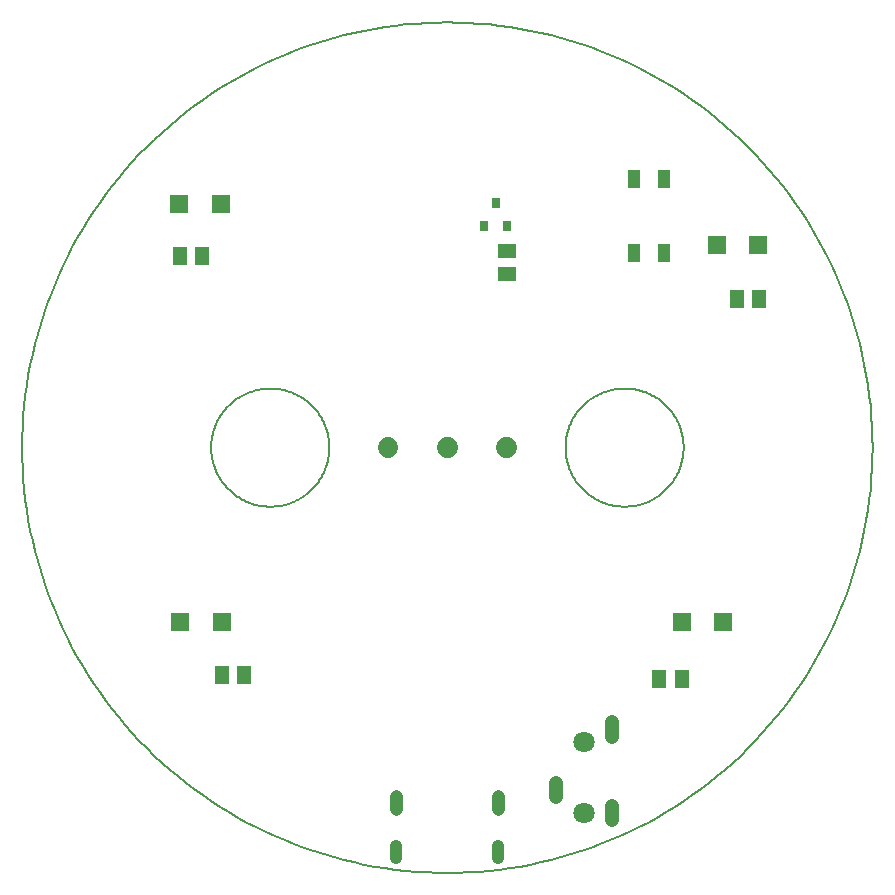
<source format=gbs>
G04 EAGLE Gerber RS-274X export*
G75*
%MOMM*%
%FSLAX34Y34*%
%LPD*%
%INSolder Mask bottom*%
%IPPOS*%
%AMOC8*
5,1,8,0,0,1.08239X$1,22.5*%
G01*
%ADD10C,0.152400*%
%ADD11C,1.683000*%
%ADD12C,1.000000*%
%ADD13C,1.100000*%
%ADD14R,1.100000X1.500000*%
%ADD15R,0.800000X0.900000*%
%ADD16R,1.500000X1.500000*%
%ADD17R,1.300000X1.500000*%
%ADD18C,1.200000*%
%ADD19C,1.800000*%
%ADD20R,1.500000X1.300000*%


D10*
X0Y360000D02*
X108Y368835D01*
X434Y377664D01*
X975Y386483D01*
X1733Y395286D01*
X2707Y404068D01*
X3896Y412823D01*
X5300Y421546D01*
X6917Y430233D01*
X8747Y438876D01*
X10789Y447473D01*
X13041Y456017D01*
X15501Y464502D01*
X18170Y472925D01*
X21044Y481280D01*
X24123Y489562D01*
X27403Y497766D01*
X30884Y505887D01*
X34564Y513920D01*
X38439Y521860D01*
X42508Y529703D01*
X46769Y537443D01*
X51218Y545077D01*
X55853Y552599D01*
X60671Y560005D01*
X65669Y567291D01*
X70845Y574452D01*
X76195Y581483D01*
X81716Y588382D01*
X87405Y595142D01*
X93258Y601761D01*
X99271Y608235D01*
X105442Y614558D01*
X111765Y620729D01*
X118239Y626742D01*
X124858Y632595D01*
X131618Y638284D01*
X138517Y643805D01*
X145548Y649155D01*
X152709Y654331D01*
X159995Y659329D01*
X167401Y664147D01*
X174923Y668782D01*
X182557Y673231D01*
X190297Y677492D01*
X198140Y681561D01*
X206080Y685436D01*
X214113Y689116D01*
X222234Y692597D01*
X230438Y695877D01*
X238720Y698956D01*
X247075Y701830D01*
X255498Y704499D01*
X263983Y706959D01*
X272527Y709211D01*
X281124Y711253D01*
X289767Y713083D01*
X298454Y714700D01*
X307177Y716104D01*
X315932Y717293D01*
X324714Y718267D01*
X333517Y719025D01*
X342336Y719566D01*
X351165Y719892D01*
X360000Y720000D01*
X368835Y719892D01*
X377664Y719566D01*
X386483Y719025D01*
X395286Y718267D01*
X404068Y717293D01*
X412823Y716104D01*
X421546Y714700D01*
X430233Y713083D01*
X438876Y711253D01*
X447473Y709211D01*
X456017Y706959D01*
X464502Y704499D01*
X472925Y701830D01*
X481280Y698956D01*
X489562Y695877D01*
X497766Y692597D01*
X505887Y689116D01*
X513920Y685436D01*
X521860Y681561D01*
X529703Y677492D01*
X537443Y673231D01*
X545077Y668782D01*
X552599Y664147D01*
X560005Y659329D01*
X567291Y654331D01*
X574452Y649155D01*
X581483Y643805D01*
X588382Y638284D01*
X595142Y632595D01*
X601761Y626742D01*
X608235Y620729D01*
X614558Y614558D01*
X620729Y608235D01*
X626742Y601761D01*
X632595Y595142D01*
X638284Y588382D01*
X643805Y581483D01*
X649155Y574452D01*
X654331Y567291D01*
X659329Y560005D01*
X664147Y552599D01*
X668782Y545077D01*
X673231Y537443D01*
X677492Y529703D01*
X681561Y521860D01*
X685436Y513920D01*
X689116Y505887D01*
X692597Y497766D01*
X695877Y489562D01*
X698956Y481280D01*
X701830Y472925D01*
X704499Y464502D01*
X706959Y456017D01*
X709211Y447473D01*
X711253Y438876D01*
X713083Y430233D01*
X714700Y421546D01*
X716104Y412823D01*
X717293Y404068D01*
X718267Y395286D01*
X719025Y386483D01*
X719566Y377664D01*
X719892Y368835D01*
X720000Y360000D01*
X719892Y351165D01*
X719566Y342336D01*
X719025Y333517D01*
X718267Y324714D01*
X717293Y315932D01*
X716104Y307177D01*
X714700Y298454D01*
X713083Y289767D01*
X711253Y281124D01*
X709211Y272527D01*
X706959Y263983D01*
X704499Y255498D01*
X701830Y247075D01*
X698956Y238720D01*
X695877Y230438D01*
X692597Y222234D01*
X689116Y214113D01*
X685436Y206080D01*
X681561Y198140D01*
X677492Y190297D01*
X673231Y182557D01*
X668782Y174923D01*
X664147Y167401D01*
X659329Y159995D01*
X654331Y152709D01*
X649155Y145548D01*
X643805Y138517D01*
X638284Y131618D01*
X632595Y124858D01*
X626742Y118239D01*
X620729Y111765D01*
X614558Y105442D01*
X608235Y99271D01*
X601761Y93258D01*
X595142Y87405D01*
X588382Y81716D01*
X581483Y76195D01*
X574452Y70845D01*
X567291Y65669D01*
X560005Y60671D01*
X552599Y55853D01*
X545077Y51218D01*
X537443Y46769D01*
X529703Y42508D01*
X521860Y38439D01*
X513920Y34564D01*
X505887Y30884D01*
X497766Y27403D01*
X489562Y24123D01*
X481280Y21044D01*
X472925Y18170D01*
X464502Y15501D01*
X456017Y13041D01*
X447473Y10789D01*
X438876Y8747D01*
X430233Y6917D01*
X421546Y5300D01*
X412823Y3896D01*
X404068Y2707D01*
X395286Y1733D01*
X386483Y975D01*
X377664Y434D01*
X368835Y108D01*
X360000Y0D01*
X351165Y108D01*
X342336Y434D01*
X333517Y975D01*
X324714Y1733D01*
X315932Y2707D01*
X307177Y3896D01*
X298454Y5300D01*
X289767Y6917D01*
X281124Y8747D01*
X272527Y10789D01*
X263983Y13041D01*
X255498Y15501D01*
X247075Y18170D01*
X238720Y21044D01*
X230438Y24123D01*
X222234Y27403D01*
X214113Y30884D01*
X206080Y34564D01*
X198140Y38439D01*
X190297Y42508D01*
X182557Y46769D01*
X174923Y51218D01*
X167401Y55853D01*
X159995Y60671D01*
X152709Y65669D01*
X145548Y70845D01*
X138517Y76195D01*
X131618Y81716D01*
X124858Y87405D01*
X118239Y93258D01*
X111765Y99271D01*
X105442Y105442D01*
X99271Y111765D01*
X93258Y118239D01*
X87405Y124858D01*
X81716Y131618D01*
X76195Y138517D01*
X70845Y145548D01*
X65669Y152709D01*
X60671Y159995D01*
X55853Y167401D01*
X51218Y174923D01*
X46769Y182557D01*
X42508Y190297D01*
X38439Y198140D01*
X34564Y206080D01*
X30884Y214113D01*
X27403Y222234D01*
X24123Y230438D01*
X21044Y238720D01*
X18170Y247075D01*
X15501Y255498D01*
X13041Y263983D01*
X10789Y272527D01*
X8747Y281124D01*
X6917Y289767D01*
X5300Y298454D01*
X3896Y307177D01*
X2707Y315932D01*
X1733Y324714D01*
X975Y333517D01*
X434Y342336D01*
X108Y351165D01*
X0Y360000D01*
X460000Y360000D02*
X460015Y361227D01*
X460060Y362453D01*
X460135Y363678D01*
X460241Y364901D01*
X460376Y366121D01*
X460541Y367337D01*
X460736Y368548D01*
X460961Y369755D01*
X461215Y370955D01*
X461498Y372149D01*
X461811Y373336D01*
X462153Y374514D01*
X462524Y375684D01*
X462923Y376844D01*
X463350Y377995D01*
X463806Y379134D01*
X464290Y380262D01*
X464801Y381378D01*
X465339Y382481D01*
X465904Y383570D01*
X466496Y384645D01*
X467114Y385705D01*
X467757Y386750D01*
X468427Y387779D01*
X469121Y388790D01*
X469840Y389785D01*
X470583Y390762D01*
X471349Y391720D01*
X472140Y392659D01*
X472952Y393578D01*
X473788Y394477D01*
X474645Y395355D01*
X475523Y396212D01*
X476422Y397048D01*
X477341Y397860D01*
X478280Y398651D01*
X479238Y399417D01*
X480215Y400160D01*
X481210Y400879D01*
X482221Y401573D01*
X483250Y402243D01*
X484295Y402886D01*
X485355Y403504D01*
X486430Y404096D01*
X487519Y404661D01*
X488622Y405199D01*
X489738Y405710D01*
X490866Y406194D01*
X492005Y406650D01*
X493156Y407077D01*
X494316Y407476D01*
X495486Y407847D01*
X496664Y408189D01*
X497851Y408502D01*
X499045Y408785D01*
X500245Y409039D01*
X501452Y409264D01*
X502663Y409459D01*
X503879Y409624D01*
X505099Y409759D01*
X506322Y409865D01*
X507547Y409940D01*
X508773Y409985D01*
X510000Y410000D01*
X511227Y409985D01*
X512453Y409940D01*
X513678Y409865D01*
X514901Y409759D01*
X516121Y409624D01*
X517337Y409459D01*
X518548Y409264D01*
X519755Y409039D01*
X520955Y408785D01*
X522149Y408502D01*
X523336Y408189D01*
X524514Y407847D01*
X525684Y407476D01*
X526844Y407077D01*
X527995Y406650D01*
X529134Y406194D01*
X530262Y405710D01*
X531378Y405199D01*
X532481Y404661D01*
X533570Y404096D01*
X534645Y403504D01*
X535705Y402886D01*
X536750Y402243D01*
X537779Y401573D01*
X538790Y400879D01*
X539785Y400160D01*
X540762Y399417D01*
X541720Y398651D01*
X542659Y397860D01*
X543578Y397048D01*
X544477Y396212D01*
X545355Y395355D01*
X546212Y394477D01*
X547048Y393578D01*
X547860Y392659D01*
X548651Y391720D01*
X549417Y390762D01*
X550160Y389785D01*
X550879Y388790D01*
X551573Y387779D01*
X552243Y386750D01*
X552886Y385705D01*
X553504Y384645D01*
X554096Y383570D01*
X554661Y382481D01*
X555199Y381378D01*
X555710Y380262D01*
X556194Y379134D01*
X556650Y377995D01*
X557077Y376844D01*
X557476Y375684D01*
X557847Y374514D01*
X558189Y373336D01*
X558502Y372149D01*
X558785Y370955D01*
X559039Y369755D01*
X559264Y368548D01*
X559459Y367337D01*
X559624Y366121D01*
X559759Y364901D01*
X559865Y363678D01*
X559940Y362453D01*
X559985Y361227D01*
X560000Y360000D01*
X559985Y358773D01*
X559940Y357547D01*
X559865Y356322D01*
X559759Y355099D01*
X559624Y353879D01*
X559459Y352663D01*
X559264Y351452D01*
X559039Y350245D01*
X558785Y349045D01*
X558502Y347851D01*
X558189Y346664D01*
X557847Y345486D01*
X557476Y344316D01*
X557077Y343156D01*
X556650Y342005D01*
X556194Y340866D01*
X555710Y339738D01*
X555199Y338622D01*
X554661Y337519D01*
X554096Y336430D01*
X553504Y335355D01*
X552886Y334295D01*
X552243Y333250D01*
X551573Y332221D01*
X550879Y331210D01*
X550160Y330215D01*
X549417Y329238D01*
X548651Y328280D01*
X547860Y327341D01*
X547048Y326422D01*
X546212Y325523D01*
X545355Y324645D01*
X544477Y323788D01*
X543578Y322952D01*
X542659Y322140D01*
X541720Y321349D01*
X540762Y320583D01*
X539785Y319840D01*
X538790Y319121D01*
X537779Y318427D01*
X536750Y317757D01*
X535705Y317114D01*
X534645Y316496D01*
X533570Y315904D01*
X532481Y315339D01*
X531378Y314801D01*
X530262Y314290D01*
X529134Y313806D01*
X527995Y313350D01*
X526844Y312923D01*
X525684Y312524D01*
X524514Y312153D01*
X523336Y311811D01*
X522149Y311498D01*
X520955Y311215D01*
X519755Y310961D01*
X518548Y310736D01*
X517337Y310541D01*
X516121Y310376D01*
X514901Y310241D01*
X513678Y310135D01*
X512453Y310060D01*
X511227Y310015D01*
X510000Y310000D01*
X508773Y310015D01*
X507547Y310060D01*
X506322Y310135D01*
X505099Y310241D01*
X503879Y310376D01*
X502663Y310541D01*
X501452Y310736D01*
X500245Y310961D01*
X499045Y311215D01*
X497851Y311498D01*
X496664Y311811D01*
X495486Y312153D01*
X494316Y312524D01*
X493156Y312923D01*
X492005Y313350D01*
X490866Y313806D01*
X489738Y314290D01*
X488622Y314801D01*
X487519Y315339D01*
X486430Y315904D01*
X485355Y316496D01*
X484295Y317114D01*
X483250Y317757D01*
X482221Y318427D01*
X481210Y319121D01*
X480215Y319840D01*
X479238Y320583D01*
X478280Y321349D01*
X477341Y322140D01*
X476422Y322952D01*
X475523Y323788D01*
X474645Y324645D01*
X473788Y325523D01*
X472952Y326422D01*
X472140Y327341D01*
X471349Y328280D01*
X470583Y329238D01*
X469840Y330215D01*
X469121Y331210D01*
X468427Y332221D01*
X467757Y333250D01*
X467114Y334295D01*
X466496Y335355D01*
X465904Y336430D01*
X465339Y337519D01*
X464801Y338622D01*
X464290Y339738D01*
X463806Y340866D01*
X463350Y342005D01*
X462923Y343156D01*
X462524Y344316D01*
X462153Y345486D01*
X461811Y346664D01*
X461498Y347851D01*
X461215Y349045D01*
X460961Y350245D01*
X460736Y351452D01*
X460541Y352663D01*
X460376Y353879D01*
X460241Y355099D01*
X460135Y356322D01*
X460060Y357547D01*
X460015Y358773D01*
X460000Y360000D01*
X160000Y360000D02*
X160015Y361227D01*
X160060Y362453D01*
X160135Y363678D01*
X160241Y364901D01*
X160376Y366121D01*
X160541Y367337D01*
X160736Y368548D01*
X160961Y369755D01*
X161215Y370955D01*
X161498Y372149D01*
X161811Y373336D01*
X162153Y374514D01*
X162524Y375684D01*
X162923Y376844D01*
X163350Y377995D01*
X163806Y379134D01*
X164290Y380262D01*
X164801Y381378D01*
X165339Y382481D01*
X165904Y383570D01*
X166496Y384645D01*
X167114Y385705D01*
X167757Y386750D01*
X168427Y387779D01*
X169121Y388790D01*
X169840Y389785D01*
X170583Y390762D01*
X171349Y391720D01*
X172140Y392659D01*
X172952Y393578D01*
X173788Y394477D01*
X174645Y395355D01*
X175523Y396212D01*
X176422Y397048D01*
X177341Y397860D01*
X178280Y398651D01*
X179238Y399417D01*
X180215Y400160D01*
X181210Y400879D01*
X182221Y401573D01*
X183250Y402243D01*
X184295Y402886D01*
X185355Y403504D01*
X186430Y404096D01*
X187519Y404661D01*
X188622Y405199D01*
X189738Y405710D01*
X190866Y406194D01*
X192005Y406650D01*
X193156Y407077D01*
X194316Y407476D01*
X195486Y407847D01*
X196664Y408189D01*
X197851Y408502D01*
X199045Y408785D01*
X200245Y409039D01*
X201452Y409264D01*
X202663Y409459D01*
X203879Y409624D01*
X205099Y409759D01*
X206322Y409865D01*
X207547Y409940D01*
X208773Y409985D01*
X210000Y410000D01*
X211227Y409985D01*
X212453Y409940D01*
X213678Y409865D01*
X214901Y409759D01*
X216121Y409624D01*
X217337Y409459D01*
X218548Y409264D01*
X219755Y409039D01*
X220955Y408785D01*
X222149Y408502D01*
X223336Y408189D01*
X224514Y407847D01*
X225684Y407476D01*
X226844Y407077D01*
X227995Y406650D01*
X229134Y406194D01*
X230262Y405710D01*
X231378Y405199D01*
X232481Y404661D01*
X233570Y404096D01*
X234645Y403504D01*
X235705Y402886D01*
X236750Y402243D01*
X237779Y401573D01*
X238790Y400879D01*
X239785Y400160D01*
X240762Y399417D01*
X241720Y398651D01*
X242659Y397860D01*
X243578Y397048D01*
X244477Y396212D01*
X245355Y395355D01*
X246212Y394477D01*
X247048Y393578D01*
X247860Y392659D01*
X248651Y391720D01*
X249417Y390762D01*
X250160Y389785D01*
X250879Y388790D01*
X251573Y387779D01*
X252243Y386750D01*
X252886Y385705D01*
X253504Y384645D01*
X254096Y383570D01*
X254661Y382481D01*
X255199Y381378D01*
X255710Y380262D01*
X256194Y379134D01*
X256650Y377995D01*
X257077Y376844D01*
X257476Y375684D01*
X257847Y374514D01*
X258189Y373336D01*
X258502Y372149D01*
X258785Y370955D01*
X259039Y369755D01*
X259264Y368548D01*
X259459Y367337D01*
X259624Y366121D01*
X259759Y364901D01*
X259865Y363678D01*
X259940Y362453D01*
X259985Y361227D01*
X260000Y360000D01*
X259985Y358773D01*
X259940Y357547D01*
X259865Y356322D01*
X259759Y355099D01*
X259624Y353879D01*
X259459Y352663D01*
X259264Y351452D01*
X259039Y350245D01*
X258785Y349045D01*
X258502Y347851D01*
X258189Y346664D01*
X257847Y345486D01*
X257476Y344316D01*
X257077Y343156D01*
X256650Y342005D01*
X256194Y340866D01*
X255710Y339738D01*
X255199Y338622D01*
X254661Y337519D01*
X254096Y336430D01*
X253504Y335355D01*
X252886Y334295D01*
X252243Y333250D01*
X251573Y332221D01*
X250879Y331210D01*
X250160Y330215D01*
X249417Y329238D01*
X248651Y328280D01*
X247860Y327341D01*
X247048Y326422D01*
X246212Y325523D01*
X245355Y324645D01*
X244477Y323788D01*
X243578Y322952D01*
X242659Y322140D01*
X241720Y321349D01*
X240762Y320583D01*
X239785Y319840D01*
X238790Y319121D01*
X237779Y318427D01*
X236750Y317757D01*
X235705Y317114D01*
X234645Y316496D01*
X233570Y315904D01*
X232481Y315339D01*
X231378Y314801D01*
X230262Y314290D01*
X229134Y313806D01*
X227995Y313350D01*
X226844Y312923D01*
X225684Y312524D01*
X224514Y312153D01*
X223336Y311811D01*
X222149Y311498D01*
X220955Y311215D01*
X219755Y310961D01*
X218548Y310736D01*
X217337Y310541D01*
X216121Y310376D01*
X214901Y310241D01*
X213678Y310135D01*
X212453Y310060D01*
X211227Y310015D01*
X210000Y310000D01*
X208773Y310015D01*
X207547Y310060D01*
X206322Y310135D01*
X205099Y310241D01*
X203879Y310376D01*
X202663Y310541D01*
X201452Y310736D01*
X200245Y310961D01*
X199045Y311215D01*
X197851Y311498D01*
X196664Y311811D01*
X195486Y312153D01*
X194316Y312524D01*
X193156Y312923D01*
X192005Y313350D01*
X190866Y313806D01*
X189738Y314290D01*
X188622Y314801D01*
X187519Y315339D01*
X186430Y315904D01*
X185355Y316496D01*
X184295Y317114D01*
X183250Y317757D01*
X182221Y318427D01*
X181210Y319121D01*
X180215Y319840D01*
X179238Y320583D01*
X178280Y321349D01*
X177341Y322140D01*
X176422Y322952D01*
X175523Y323788D01*
X174645Y324645D01*
X173788Y325523D01*
X172952Y326422D01*
X172140Y327341D01*
X171349Y328280D01*
X170583Y329238D01*
X169840Y330215D01*
X169121Y331210D01*
X168427Y332221D01*
X167757Y333250D01*
X167114Y334295D01*
X166496Y335355D01*
X165904Y336430D01*
X165339Y337519D01*
X164801Y338622D01*
X164290Y339738D01*
X163806Y340866D01*
X163350Y342005D01*
X162923Y343156D01*
X162524Y344316D01*
X162153Y345486D01*
X161811Y346664D01*
X161498Y347851D01*
X161215Y349045D01*
X160961Y350245D01*
X160736Y351452D01*
X160541Y352663D01*
X160376Y353879D01*
X160241Y355099D01*
X160135Y356322D01*
X160060Y357547D01*
X160015Y358773D01*
X160000Y360000D01*
D11*
X409915Y360085D02*
X410085Y360085D01*
X410085Y359915D01*
X409915Y359915D01*
X409915Y360085D01*
X360085Y360085D02*
X359915Y360085D01*
X360085Y360085D02*
X360085Y359915D01*
X359915Y359915D01*
X359915Y360085D01*
X310085Y360085D02*
X309915Y360085D01*
X310085Y360085D02*
X310085Y359915D01*
X309915Y359915D01*
X309915Y360085D01*
D12*
X316820Y22930D02*
X316820Y12930D01*
X403180Y12930D02*
X403180Y22930D01*
D13*
X316820Y54340D02*
X316820Y65340D01*
X403180Y65340D02*
X403180Y54340D01*
D14*
X543330Y524770D03*
X517930Y524770D03*
X543330Y587770D03*
X517930Y587770D03*
D15*
X410350Y547256D03*
X391350Y547256D03*
X400850Y567256D03*
D16*
X588022Y531776D03*
X623022Y531776D03*
D17*
X605100Y485430D03*
X624100Y485430D03*
D16*
X168170Y566050D03*
X133170Y566050D03*
D17*
X152176Y522446D03*
X133176Y522446D03*
D16*
X133852Y212475D03*
X168852Y212475D03*
D17*
X188010Y167320D03*
X169010Y167320D03*
D16*
X593530Y212475D03*
X558530Y212475D03*
D17*
X539210Y164000D03*
X558210Y164000D03*
D18*
X499580Y56660D02*
X499580Y44660D01*
X451610Y64330D02*
X451610Y76330D01*
X499610Y115270D02*
X499610Y127270D01*
D19*
X475585Y50510D03*
X475585Y110700D03*
D20*
X410260Y526130D03*
X410260Y507130D03*
M02*

</source>
